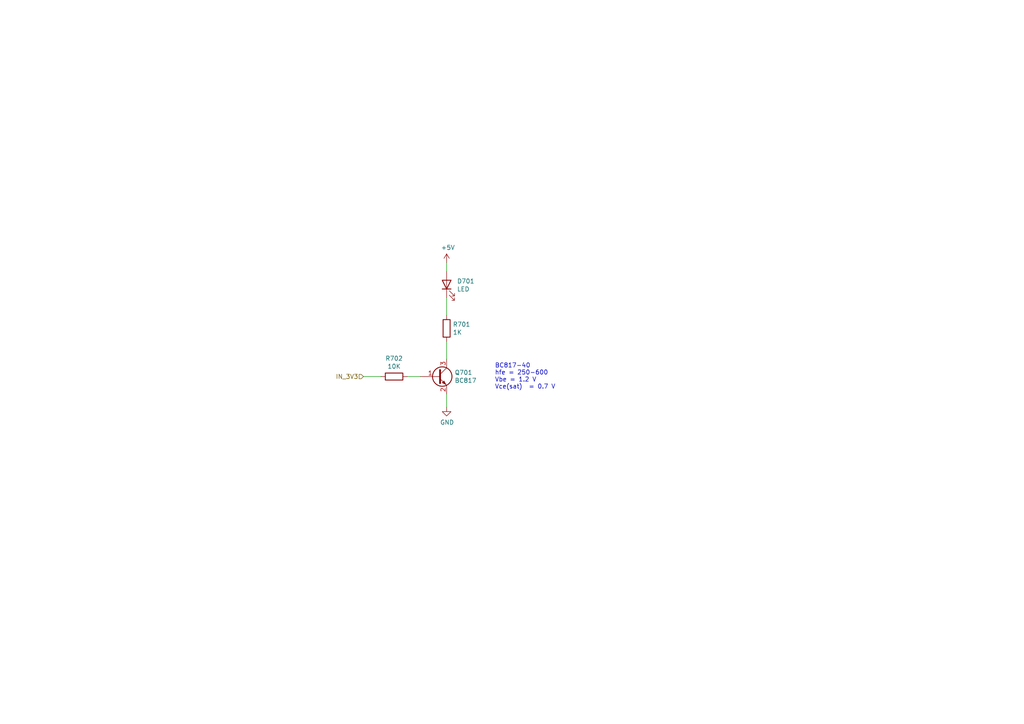
<source format=kicad_sch>
(kicad_sch (version 20230121) (generator eeschema)
  (paper "A4")
  (title_block (title "WS2812 Simple Controller") (date "2023-03-09") (company "Stefan Misik") (comment 1 "CPU Status LED"))
  (lib_symbols
    (symbol "Device:LED" (pin_numbers hide) (pin_names (offset 1.016) hide)
      (property "Reference" "D" (at 0 2.54 0))
      (property "Value" "LED" (at 0 -2.54 0))
      (symbol "LED_0_1"
        (polyline (pts (xy -1.27 -1.27) (xy -1.27 1.27)) (stroke (width 0.254)))
        (polyline (pts (xy -1.27 0) (xy 1.27 0)))
        (polyline (pts (xy 1.27 -1.27) (xy 1.27 1.27) (xy -1.27 0) (xy 1.27 -1.27)) (stroke (width 0.254)))
        (polyline (pts (xy -3.048 -0.762) (xy -4.572 -2.286) (xy -3.81 -2.286) (xy -4.572 -2.286) (xy -4.572 -1.524)))
        (polyline (pts (xy -1.778 -0.762) (xy -3.302 -2.286) (xy -2.54 -2.286) (xy -3.302 -2.286) (xy -3.302 -1.524)))
      )
      (symbol "LED_1_1"
        (pin passive line (at -3.81 0 0) (length 2.54) (name "K") (number "1"))
        (pin passive line (at 3.81 0 180) (length 2.54) (name "A") (number "2"))
      )
    )
    (symbol "Device:Q_NPN_BEC" (pin_names (offset 0) hide)
      (property "Reference" "Q" (at 5.08 1.27 0))
      (property "Value" "Q_NPN_BEC" (at 5.08 -1.27 0))
      (symbol "Q_NPN_BEC_0_1"
        (polyline (pts (xy 0.635 0.635) (xy 2.54 2.54)))
        (polyline (pts (xy 0.635 -0.635) (xy 2.54 -2.54) (xy 2.54 -2.54)))
        (polyline (pts (xy 0.635 1.905) (xy 0.635 -1.905) (xy 0.635 -1.905)) (stroke (width 0.508)))
        (polyline (pts (xy 1.27 -1.778) (xy 1.778 -1.27) (xy 2.286 -2.286) (xy 1.27 -1.778) (xy 1.27 -1.778)) (fill (type outline)))
        (circle (center 1.27 0) (radius 2.8194) (stroke (width 0.254)))
      )
      (symbol "Q_NPN_BEC_1_1"
        (pin input line (at -5.08 0 0) (length 5.715) (name "B") (number "1"))
        (pin passive line (at 2.54 -5.08 90) (length 2.54) (name "E") (number "2"))
        (pin passive line (at 2.54 5.08 270) (length 2.54) (name "C") (number "3"))
      )
    )
    (symbol "Device:R" (pin_numbers hide) (pin_names (offset 0))
      (property "Reference" "R" (at 2.032 0 90))
      (property "Value" "R" (at 0 0 90))
      (symbol "R_0_1"
        (rectangle (start -1.016 -2.54) (end 1.016 2.54) (stroke (width 0.254)))
      )
      (symbol "R_1_1"
        (pin passive line (at 0 3.81 270) (length 1.27) (name "~") (number "1"))
        (pin passive line (at 0 -3.81 90) (length 1.27) (name "~") (number "2"))
      )
    )
    (symbol "power:+5V" (power) (pin_names (offset 0))
      (property "Value" "+5V" (at 0 3.556 0))
      (symbol "+5V_0_1"
        (polyline (pts (xy -0.762 1.27) (xy 0 2.54)))
        (polyline (pts (xy 0 0) (xy 0 2.54)))
        (polyline (pts (xy 0 2.54) (xy 0.762 1.27)))
      )
      (symbol "+5V_1_1"
        (pin power_in line (at 0 0 90) (length 0) hide (name "+5V") (number "1"))
      )
    )
    (symbol "power:GND" (power) (pin_names (offset 0))
      (property "Value" "GND" (at 0 -3.81 0))
      (symbol "GND_0_1"
        (polyline (pts (xy 0 0) (xy 0 -1.27) (xy 1.27 -1.27) (xy 0 -2.54) (xy -1.27 -1.27) (xy 0 -1.27)))
      )
      (symbol "GND_1_1"
        (pin power_in line (at 0 0 270) (length 0) hide (name "GND") (number "1"))
      )
    )
  )
  (wire (pts (xy 129.54 104.14) (xy 129.54 99.06)))
  (wire (pts (xy 129.54 86.36) (xy 129.54 91.44)))
  (wire (pts (xy 129.54 114.3) (xy 129.54 118.11)))
  (wire (pts (xy 118.11 109.22) (xy 121.92 109.22)))
  (wire (pts (xy 105.41 109.22) (xy 110.49 109.22)))
  (wire (pts (xy 129.54 76.2) (xy 129.54 78.74)))
  (text "BC817-40\nhfe = 250-600\nVbe = 1.2 V\nVce(sat)  = 0.7 V" (at 143.51 113.03 0) (effects (font (size 1.27 1.27)) (justify left bottom)))
  (hierarchical_label "IN_3V3" (shape input) (at 105.41 109.22 180))
  (symbol (lib_id "Device:Q_NPN_BEC") (at 127 109.22 0) (unit 1)
    (property "Reference" "Q701" (at 131.8514 108.0516 0) (effects (justify left)))
    (property "Value" "BC817" (at 131.8514 110.363 0) (effects (justify left)))
    (property "Footprint" "Package_TO_SOT_SMD:SOT-23_Handsoldering" (effects hide))
    (instances (project "simple_control" (path "" (reference "Q701") (unit 1)) (path "" (reference "Q801") (unit 1)) (path "" (reference "Q901") (unit 1)) (path "" (reference "Q1001") (unit 1))) (project "control" (path "" (reference "Q401") (unit 1)) (path "" (reference "Q501") (unit 1)) (path "" (reference "Q601") (unit 1)) (path "" (reference "Q701") (unit 1))))
  )
  (symbol (lib_id "Device:R") (at 129.54 95.25 0) (unit 1)
    (property "Reference" "R701" (at 131.318 94.0816 0) (effects (justify left)))
    (property "Value" "1K" (at 131.318 96.393 0) (effects (justify left)))
    (property "Footprint" "Resistor_SMD:R_0805_2012Metric_Pad1.20x1.40mm_HandSolder" (effects hide))
    (instances (project "simple_control" (path "" (reference "R701") (unit 1)) (path "" (reference "R801") (unit 1)) (path "" (reference "R901") (unit 1)) (path "" (reference "R1001") (unit 1))) (project "control" (path "" (reference "R401") (unit 1)) (path "" (reference "R501") (unit 1)) (path "" (reference "R601") (unit 1)) (path "" (reference "R701") (unit 1))))
  )
  (symbol (lib_id "Device:R") (at 114.3 109.22 270) (unit 1)
    (property "Reference" "R702" (at 114.3 103.9622 90))
    (property "Value" "10K" (at 114.3 106.2736 90))
    (property "Footprint" "Resistor_SMD:R_0805_2012Metric_Pad1.20x1.40mm_HandSolder" (effects hide))
    (instances (project "simple_control" (path "" (reference "R702") (unit 1)) (path "" (reference "R802") (unit 1)) (path "" (reference "R902") (unit 1)) (path "" (reference "R1002") (unit 1))) (project "control" (path "" (reference "R402") (unit 1)) (path "" (reference "R502") (unit 1)) (path "" (reference "R602") (unit 1)) (path "" (reference "R702") (unit 1))))
  )
  (symbol (lib_id "power:+5V") (at 129.54 76.2 0) (unit 1)
    (property "Reference" "#PWR0701" (effects hide))
    (property "Value" "+5V" (at 129.921 71.8058 0))
    (instances (project "simple_control" (path "" (reference "#PWR0701") (unit 1)) (path "" (reference "#PWR0801") (unit 1)) (path "" (reference "#PWR0901") (unit 1)) (path "" (reference "#PWR01001") (unit 1))) (project "control" (path "" (reference "#PWR0401") (unit 1)) (path "" (reference "#PWR0501") (unit 1)) (path "" (reference "#PWR0601") (unit 1)) (path "" (reference "#PWR0701") (unit 1))))
  )
  (symbol (lib_id "power:GND") (at 129.54 118.11 0) (unit 1)
    (property "Reference" "#PWR0702" (effects hide))
    (property "Value" "GND" (at 129.667 122.5042 0))
    (instances (project "simple_control" (path "" (reference "#PWR0702") (unit 1)) (path "" (reference "#PWR0802") (unit 1)) (path "" (reference "#PWR0902") (unit 1)) (path "" (reference "#PWR01002") (unit 1))) (project "control" (path "" (reference "#PWR0402") (unit 1)) (path "" (reference "#PWR0502") (unit 1)) (path "" (reference "#PWR0602") (unit 1)) (path "" (reference "#PWR0702") (unit 1))))
  )
  (symbol (lib_id "Device:LED") (at 129.54 82.55 90) (unit 1)
    (property "Reference" "D701" (at 132.5372 81.5594 90) (effects (justify right)))
    (property "Value" "LED" (at 132.5372 83.8708 90) (effects (justify right)))
    (property "Footprint" "LED_SMD:LED_0805_2012Metric_Pad1.15x1.40mm_HandSolder" (effects hide))
    (instances (project "simple_control" (path "" (reference "D701") (unit 1)) (path "" (reference "D801") (unit 1)) (path "" (reference "D901") (unit 1)) (path "" (reference "D1001") (unit 1))) (project "control" (path "" (reference "D401") (unit 1)) (path "" (reference "D501") (unit 1)) (path "" (reference "D601") (unit 1)) (path "" (reference "D701") (unit 1))))
  )
)
</source>
